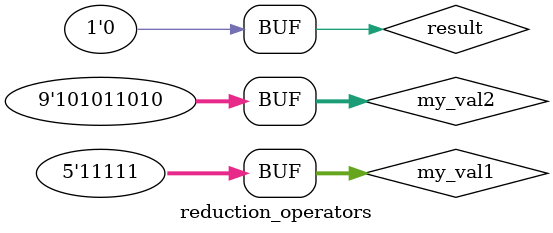
<source format=v>
module reduction_operators(); 

    reg [4:0] my_val1 = 5'b1_1111;      // 5bit variable 
    reg [8:0] my_val2 = 9'b1_0101_1010; // 9bit variable
    reg result;

    // Procedure used to continuously monitor my_val1, my_val2, and result 
    initial begin 
        $monitor("MON my_val1 = %b, my_val2 = %b, result = %b", my_val1, my_val2, result);
    end 

    // Procedure used to generate stimulus 
    initial begin 
        #1; // would add a delay before reading the first signal, so output would be undefined
        result = &my_val1;  // AND Reduction 
        #1; 
        result = &my_val2; 

        #1; 
        result = ~&my_val1; // NAND Reduction 
        #1; 
        result = ~&my_val2;

        #1; 
        result = |my_val2;  // OR Reduction
        #1; 
        result = |my_val1; 

        #1; 
        result = ~|my_val1; // NOR Reduction
        #1; 
        result = ~|my_val2; 

        #1; 
        result = ^my_val1;  // XOR Reduction -- will get 1'b1 as the result here because there are 5 1s, so the parity is 1
        #1; 
        result = ^my_val2; 

        #1; 
        result = ~^my_val1; // XNOR Reduction 
        #1; 
        result = ~^my_val2;
    end 
endmodule
</source>
